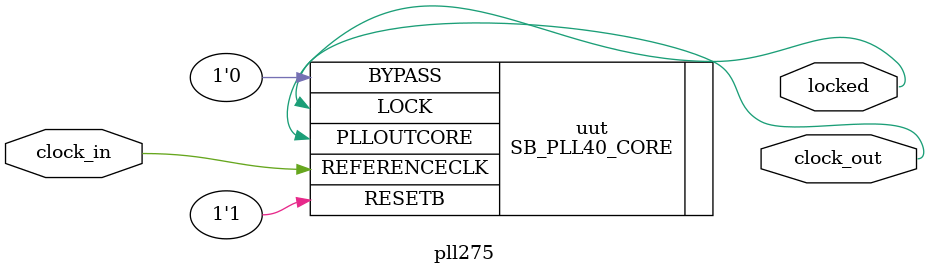
<source format=v>
/**
 * PLL configuration
 *
 * This Verilog module was generated automatically
 * using the icepll tool from the IceStorm project.
 * Use at your own risk.
 *
 * Given input frequency:        25.000 MHz
 * Requested output frequency:  275.000 MHz
 * Achieved output frequency:   275.000 MHz
 */

module pll275(
	input  clock_in,
	output clock_out,
	output locked
	);

SB_PLL40_CORE #(
		.FEEDBACK_PATH("SIMPLE"),
		.DIVR(4'b0000),		// DIVR =  0
		.DIVF(7'b0010101),	// DIVF = 21
		.DIVQ(3'b001),		// DIVQ =  1
		.FILTER_RANGE(3'b010)	// FILTER_RANGE = 2
	) uut (
		.LOCK(locked),
		.RESETB(1'b1),
		.BYPASS(1'b0),
		.REFERENCECLK(clock_in),
		.PLLOUTCORE(clock_out)
		);

endmodule

</source>
